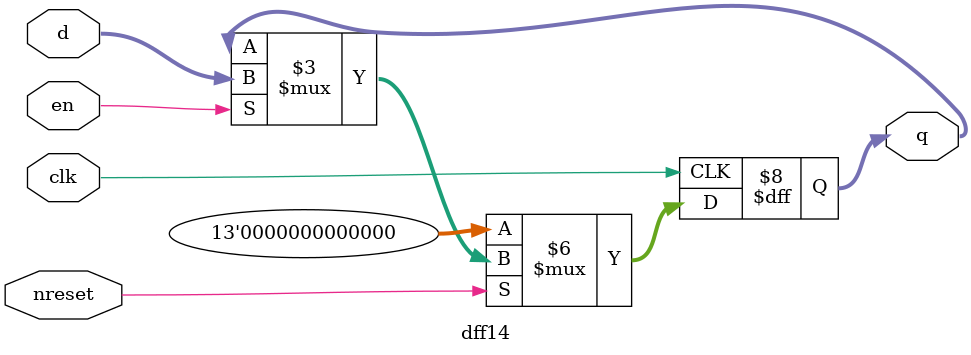
<source format=v>
/*
 * Copyright (c) 2024 Ivan Pancheniak
 * SPDX-License-Identifier: Apache-2.0
 */

module dff14 (
    input wire clk,
    input wire en,
    input wire [12:0] d,
    input wire nreset, //Reset on low
    output reg [12:0] q
);

always @ (posedge clk) begin
    if(~nreset)
	q <= 0;
    else if (en)
	q <= d;
end

endmodule

</source>
